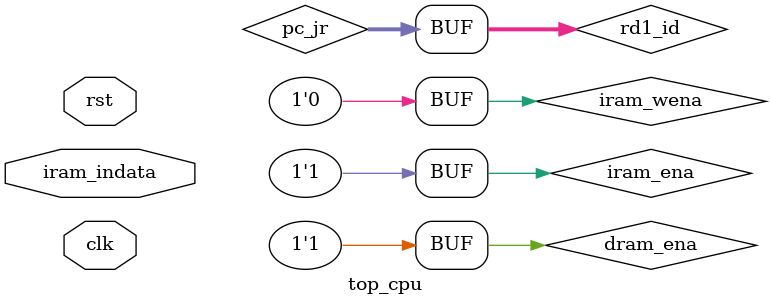
<source format=v>
`timescale 1ns / 1ps
module top_cpu(
		input clk,
		input rst,
		//ÐÞ¸ÄimemÊ±µÄÊý¾Ý
		input [31:0] iram_indata
    );

//---------------------¿ØÖÆÐÅºÅ---------------------
//ena£ºpc¼Ä´æÆ÷ºÍifid¼Ä´æÆ÷Ê¹ÄÜÐÅºÅ£¬¸ßµçÆ½ÓÐÐ§£¬ÔÚÁ÷Ë®ÏßstallÊ±£¬Ê¹ÆäµÍµçÆ½ÎÞÐ§
//iram_ena: Ö¸Áî´æ´¢Æ÷Æ¬Ñ¡ÐÅºÅ
//iram_wena: Ö¸Áî´æ´¢Æ÷Ð´ÐÅºÅ£¬ÓÃÓÚdebugÊ±ÐÞ¸ÄÖ¸Áî¼Ä´æÆ÷ÄÚ²¿µÄÖµ
//pcsource: ÏÂÒ»¸öpcÑ¡ÔñÐÅºÅ£º00£ºpc+4, 01£ºpc_jr, 10: pc_beqbne, 11: pc_jjal
//zero: ÒëÂë½×¶Î£¬µÃµ½µÄÀ´×ÔÖ´ÐÐ½×¶ÎµÄÔËËãÁã±êÖ¾Î»
//wrf_id: ÒëÂë½×¶Î£¬µÃµ½µÄÀ´×ÔÖ´ÐÐ½×¶ÎµÄÐ´¼Ä´æÆ÷×éÐÅºÅ
//shift_id£ºÒëÂë½×¶Î£¬µÃµ½µÄ×îÖÕÐ´Èëalua¶ËµÄÑ¡ÔñÐÅºÅ£¬µÍµçÆ½£ºÑ¡Ôñ¼Ä´æÆ÷¶Á³öµÄrd1£¬¸ßµçÆ½£ºÑ¡Ôñshamt32À©Õ¹ºóµÄÖµ
//immc_id: ÒëÂë½×¶Î£¬µÃµ½µÄ×îÖÕÎüÈëalub¶ËµÄÑ¡ÔñÐÅºÅ£¬µÍµçÆ½£ºÑ¡Ôñ¼Ä´æÆ÷¶Á³öµÄrd2£¬¸ßµçÆ½£ºÑ¡Ôñimm32Öµ
//wdmem_id: ÒëÂë½×¶Î£¬Ð´Êý¾Ý¼Ä´æÆ÷Ð´ÐÅºÅ
//wdc_id: ÒëÂë½×¶Î£¬µÃµ½µÄ×îÖÕ»ØÐ´µ½¼Ä´æÆ÷×éÊý¾ÝµÄÑ¡ÔñÐÅºÅ£¬¸ßµçÆ½£ºÊý¾Ý´æ´¢Æ÷Êä³ö£¬µÍµçÆ½£ºalu¶Ë½á¹û
//aludc_id: ÒëÂë½×¶Î£¬µÃµ½µÄaluÊä³ö¶ËµÄÑ¡Ôñ¿ØÖÆÐÅºÅ£¬ ¸ßµçÆ½£ºpc8£¬ µÍµçÆ½£ºaluµÄÊä³ö
//aluc_id£º ÒëÂë½×¶Î£¬µÃµ½µÄÖ´ÐÐ½×¶ÎaluÐèÒªµÄ¿ØÖÆÐÅºÅ
//wrf_exe: Ö´ÐÐ½×¶Î£¬Ð´¼Ä´æÆ÷×éµÄÐ´ÐÅºÅ
//aludc_exe: Ö´ÐÐ½×¶Î£¬µÃµ½µÄaluÊä³ö¶ËµÄÑ¡Ôñ¿ØÖÆÐÅºÅ£¬ ¸ßµçÆ½£ºpc8£¬ µÍµçÆ½£ºaluµÄÊä³ö
//wdc_exe: Ö´ÐÐ½×¶Î£¬µÃµ½µÄ×îÖÕ»ØÐ´µ½¼Ä´æÆ÷×éÊý¾ÝµÄÑ¡ÔñÐÅºÅ£¬¸ßµçÆ½£ºÊý¾Ý´æ´¢Æ÷Êä³ö£¬µÍµçÆ½£ºalu¶Ë½á¹û
//wdmem_exe: Ö´ÐÐ½×¶Î£¬Ð´Êý¾Ý¼Ä´æÆ÷Ð´ÐÅºÅ
//immc_exe: Ö´ÐÐ½×¶Î£¬µÃµ½µÄ×îÖÕÎüÈëalub¶ËµÄÑ¡ÔñÐÅºÅ£¬µÍµçÆ½£ºÑ¡Ôñ¼Ä´æÆ÷¶Á³öµÄrd2£¬¸ßµçÆ½£ºÑ¡Ôñimm32Öµ
//shift_exe£ºÖ´ÐÐ½×¶Î£¬µÃµ½µÄ×îÖÕÐ´Èëalua¶ËµÄÑ¡ÔñÐÅºÅ£¬µÍµçÆ½£ºÑ¡Ôñ¼Ä´æÆ÷¶Á³öµÄrd1£¬¸ßµçÆ½£ºÑ¡Ôñshamt32À©Õ¹ºóµÄÖµ
//aluc_exe£º Ö´ÐÐ½×¶Î£¬µÃµ½µÄÖ´ÐÐ½×¶ÎaluÐèÒªµÄ¿ØÖÆÐÅºÅ
//carry, negative, overflow: Ö´ÐÐ½×¶ÎµÃµ½µÄ½øÎ»±êÖ¾Î»£¬¸ºÊý±êÖ¾Î»£¬Òç³ö±êÖ¾Î»
//wrf_mem: ´æ´¢½×¶Î£¬Ð´¼Ä´æÆ÷×éµÄÐ´ÐÅºÅ
//wdc_mem: ´æ´¢½×¶Î£¬µÃµ½µÄ×îÖÕ»ØÐ´µ½¼Ä´æÆ÷×éÊý¾ÝµÄÑ¡ÔñÐÅºÅ£¬¸ßµçÆ½£ºÊý¾Ý´æ´¢Æ÷Êä³ö£¬µÍµçÆ½£ºalu¶Ë½á¹û
//wdmem_mem: ´æ´¢½×¶Î£¬Ð´Êý¾Ý¼Ä´æÆ÷Ð´ÐÅºÅ
//dram_ena: Êý¾Ý´æ´¢Æ÷Æ¬Ñ¡ÐÅºÅ
//wrf_wb: »ØÐ´½×¶Î£¬Ð´¼Ä´æÆ÷×éµÄÐ´ÐÅºÅ
//wdc_wb: »ØÐ´½×¶Î£¬µÃµ½µÄ×îÖÕ»ØÐ´µ½¼Ä´æÆ÷×éÊý¾ÝµÄÑ¡ÔñÐÅºÅ£¬¸ßµçÆ½£ºÊý¾Ý´æ´¢Æ÷Êä³ö£¬µÍµçÆ½£ºalu¶Ë½á¹û
//stall: ÒëÂë½×¶Î£¬ÔÝÍ£Á÷Ë®ÏßµÄÐÅºÅ
wire ena;
wire iram_ena, iram_wena;
wire [1:0] pcsource;
wire zero, wrf_id, shift_id, immc_id, wdmem_id, wdc_id, aludc_id;
wire [3:0] aluc_id;
wire wrf_exe, aludc_exe, wdc_exe, wdmem_exe, immc_exe, shift_exe;
wire [3:0] aluc_exe;
wire carry, negative, overflow;
wire wrf_mem, wdc_mem, wdmem_mem;
wire dram_ena;
wire wrf_wb, wdc_wb;
wire stall;


//-----------------------Êý¾Ý----------------------
////pc: µ±Ç°pcÖµ
////npc£ºÏÂÒ»¸öpcÖµ
////pc_jr: È¡Öµ½×¶Î£¬ÔÚÒëÂë½×¶ÎµÃµ½µÄ´Ó¼Ä´æÆ÷×éµÃµ½µÄjrµÄÌø×ªµÄµØÖ·£¬ÆäÖÐÒ»¸önpcµÄÖµ
//imm18: ÒëÂë½×¶Î£¬imm(instr[15:0])×óÒÆÁ½Î»ºóµÄ½á¹û
////index28: ÒëÂë½×¶Î£¬µÃµ½×óÒÆÁ½Î»µÄindexÖµ
//instr_if£ºÈ¡Ö¸½×¶Î£¬µÃµ½µÄÖ¸Áî
//pc8_if£ºÈ¡Ö¸½×¶Î£¬µÃµ½pc+8µÄÖµ
//instr_id: ÒëÂë½×¶Î£¬µÃµ½µÄÖ¸Áî
//pc8_id: ÒëÂë½×¶Î£¬µÃµ½µÄpc+8Öµ
//wbd_wb: »ØÐ´½×¶Î£¬×îÖÕÐ´Èë¼Ä´æÆ÷×éµÄÖµ
////rd1_id, rd2_id: ÒëÂë½×¶Î, È¡³öµÄÔ´²Ù×÷ÊýaºÍb
////shamt32: ÒëÂë½×¶Î, instr[10:6]Á¢¼´ÊýµÄÀ©Õ¹Öµ
////imm32£ºÒëÂë½×¶Î, instr[15:0]Á¢¼´ÊýÀ©Õ¹Öµ
//wa_wb: »ØÐ´½×¶Î£¬µÃµ½µÄ»ØÐ´¼Ä´æÆ÷×éµÄµØÖ·
//wa_id: ÒëÂë½×¶Î£¬µÃµ½µÄ»ØÐ´¼Ä´æÆ÷×éµÄµØÖ·
//pc8_exe: Ö´ÐÐ½×¶Î£¬µÃµ½µÄpc+8Öµ
//rd1_exe, rd2_exe: Ö´ÐÐ½×¶Î£¬µÃµ½µÄÔ¶²Ù×÷ÊýaºÍb
//shamt32_exe: Ö´ÐÐ½×¶Î£¬µÃµ½µÄshamtÀ©Õ¹32Î»ºóµÄÖµ
//imm32_exe: Ö´ÐÐ½×¶Î£¬µÃµ½µÄimmÀ©Õ¹32Î»ºóµÄÖµ
//alud_exe: Ö´ÐÐ½×¶Î£¬´ÓaluÊä³ö¶ËµÃµ½µÄÖµ
//wa_exe1: Ö´ÐÐ½×¶Î£¬ÊäÈëµ½Ö´ÐÐ½×¶ÎµÄ»ØÐ´¼Ä´æÆ÷×éµÄµØÖ·
//wa_exe0: Ö´ÐÐ½×¶Î£¬´ÓÖ´ÐÐ½×¶ÎÊä³öµÄ»ØÐ´¼Ä´æÆ÷×éµÄµØÖ·
//alud_mem: ´æ´¢½×¶Î£¬´ÓaluÊä³ö¶ËµÃµ½µÄÖµ
//rd2_mem: ´æ´¢½×¶Î£¬ÒëÂë½×¶ÎµÃµ½Ô´²Ù×÷Êýb
//wa_mem: ´æ´¢½×¶Î£¬µÃµ½µÄ»ØÐ´¼Ä´æÆ÷×éµÄµØÖ·
//dmemd_mem: ´æ´¢½×¶Î£¬µÃµ½µÄ´ÓÊý¾Ý´æ´¢Æ÷È¡³öµÄÖµ
//dmemd_wb: »ØÐ´½×¶Î£¬µÃµ½µÄ´ÓÊý¾Ý´æ´¢Æ÷È¡³öµÄÖµ
//alud_wb: »ØÐ´½×¶Î£¬´ÓaluÊä³ö¶ËµÃµ½µÄÖµ

wire [31:0] npc, pc; 
wire [31:0] pc_jr, pasource, instr_if, pc8_if;
wire [17:0] imm18;
wire [27:0] index28;
wire [31:0] pc8_id, instr_id;
wire [31:0] wbd_wb, rd1_id, rd2_id, shamt32_id, imm32_id;
wire [4:0] wa_wb, wa_id;
wire [31:0] pc8_exe, rd1_exe, shamt32_exe, rd2_exe, imm32_exe, alud_exe;
wire [4:0] wa_exe1, wa_exe0;
wire [31:0] alud_mem, rd2_mem;
wire [4:0] wa_mem;
wire [31:0] dmemd_mem;
wire [31:0] dmemd_wb, alud_wb;


dffe #(32) pcreg(clk, rst, ena, npc, pc);
pipe_if pipeif(clk, pc, iram_ena, iram_wena, iram_indata, pc_jr, pcsource, imm18, index28, 
					instr_if, npc, pc8_if);
reg_if_id regifid(clk, rst, ena, pc8_if, instr_if, pc8_id, instr_id);
pipe_id pipeid(clk, rst, instr_id, wbd_wb, wrf_wb, wa_wb, zero, wrf_exe, wdc_exe, aludc_exe, 
					wrf_mem, wdc_mem, wa_exe0, wa_mem, alud_exe, alud_mem, dmemd_mem, rd1_id, rd2_id, 
					shamt32_id, imm32_id, wa_id, imm18, index28, aluc_id, wrf_id, shift_id, immc_id, 
					pcsource, wdmem_id, wdc_id, aludc_id, stall);
reg_id_exe regidexe(clk, rst, wrf_id, aludc_id, wdc_id, wdmem_id, aluc_id, immc_id, shift_id,
						  pc8_id, rd1_id, shamt32_id, rd2_id, imm32_id, wa_id, wrf_exe, aludc_exe,
						  wdc_exe, wdmem_exe, aluc_exe, immc_exe, shift_exe, pc8_exe, rd1_exe, 
						  shamt32_exe, rd2_exe, imm32_exe, wa_exe1);
pipe_exe pipeexe(rd1_exe, rd2_exe, shamt32_exe, imm32_exe, pc8_exe, immc_exe, shift_exe, 
					  aludc_exe, aluc_exe, wa_exe1, wa_exe0, alud_exe, zero, carry, negative, 
					  overflow);
reg_exe_mem regexemem(clk, rst, wrf_exe, wdc_exe, wdmem_exe, alud_exe, rd2_exe, wa_exe0, wrf_mem,
							 wdc_mem, wdmem_mem, alud_mem, rd2_mem, wa_mem);
pipe_mem pipemem(clk, dram_ena, wdmem_mem, alud_mem, rd2_mem, dmemd_mem);
reg_mem_wb regmemwb(clk, rst, wrf_mem, wdc_mem, dmemd_mem, alud_mem, wa_mem, wrf_wb, wdc_wb, 
						  dmemd_wb, alud_wb, wa_wb);
pipe_wb pipewb(dmemd_wb, alud_wb, wdc_wb, wbd_wb);

assign iram_ena = 1'b1;
assign iram_wena = 1'b0;
assign ena = ~stall;
assign pc_jr = rd1_id;
assign dram_ena = 1'b1;

endmodule

</source>
